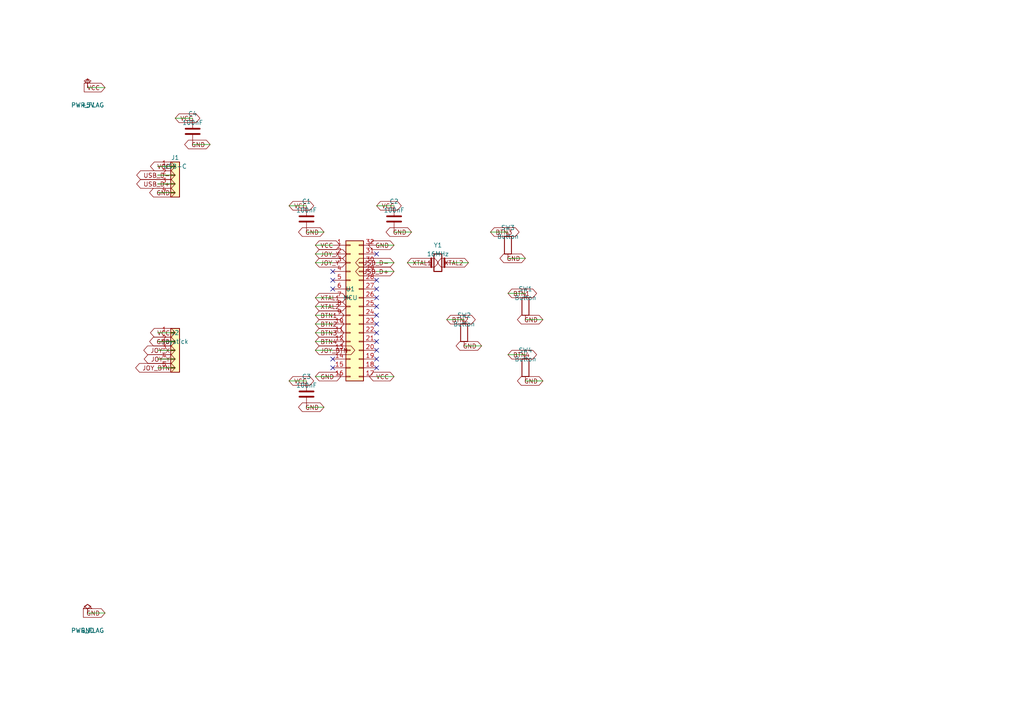
<source format=kicad_sch>
(kicad_sch (version 20231120) (generator "eeschema") (generator_version "9.0")
  (paper "A4")
  (title_block (title "USB Joystick Controller") (date "2025-01") (rev "A") (company "kicad-tools Demo") (comment 1 "USB game controller with analog joystick") (comment 2 "Demonstrates autolayout functionality"))
  (lib_symbols
    (symbol "Connector_Generic:Conn_02x16_Counter_Clockwise" (pin_names (offset 1.016) (hide yes))
      (property "Reference" "J" (at 1.27 20.32 0))
      (property "Value" "Conn_02x16_Counter_Clockwise" (at 1.27 -22.86 0))
      (symbol "Conn_02x16_Counter_Clockwise_1_1"
        (rectangle (start -1.27 19.05) (end 3.81 -21.59) (stroke (width 0.254)) (fill (type background)))
        (rectangle (start -1.27 17.907) (end 0 17.653) (stroke (width 0.1524)))
        (rectangle (start -1.27 15.367) (end 0 15.113) (stroke (width 0.1524)))
        (rectangle (start -1.27 12.827) (end 0 12.573) (stroke (width 0.1524)))
        (rectangle (start -1.27 10.287) (end 0 10.033) (stroke (width 0.1524)))
        (rectangle (start -1.27 7.747) (end 0 7.493) (stroke (width 0.1524)))
        (rectangle (start -1.27 5.207) (end 0 4.953) (stroke (width 0.1524)))
        (rectangle (start -1.27 2.667) (end 0 2.413) (stroke (width 0.1524)))
        (rectangle (start -1.27 0.127) (end 0 -0.127) (stroke (width 0.1524)))
        (rectangle (start -1.27 -2.413) (end 0 -2.667) (stroke (width 0.1524)))
        (rectangle (start -1.27 -4.953) (end 0 -5.207) (stroke (width 0.1524)))
        (rectangle (start -1.27 -7.493) (end 0 -7.747) (stroke (width 0.1524)))
        (rectangle (start -1.27 -10.033) (end 0 -10.287) (stroke (width 0.1524)))
        (rectangle (start -1.27 -12.573) (end 0 -12.827) (stroke (width 0.1524)))
        (rectangle (start -1.27 -15.113) (end 0 -15.367) (stroke (width 0.1524)))
        (rectangle (start -1.27 -17.653) (end 0 -17.907) (stroke (width 0.1524)))
        (rectangle (start -1.27 -20.193) (end 0 -20.447) (stroke (width 0.1524)))
        (rectangle (start 3.81 17.907) (end 2.54 17.653) (stroke (width 0.1524)))
        (rectangle (start 3.81 15.367) (end 2.54 15.113) (stroke (width 0.1524)))
        (rectangle (start 3.81 12.827) (end 2.54 12.573) (stroke (width 0.1524)))
        (rectangle (start 3.81 10.287) (end 2.54 10.033) (stroke (width 0.1524)))
        (rectangle (start 3.81 7.747) (end 2.54 7.493) (stroke (width 0.1524)))
        (rectangle (start 3.81 5.207) (end 2.54 4.953) (stroke (width 0.1524)))
        (rectangle (start 3.81 2.667) (end 2.54 2.413) (stroke (width 0.1524)))
        (rectangle (start 3.81 0.127) (end 2.54 -0.127) (stroke (width 0.1524)))
        (rectangle (start 3.81 -2.413) (end 2.54 -2.667) (stroke (width 0.1524)))
        (rectangle (start 3.81 -4.953) (end 2.54 -5.207) (stroke (width 0.1524)))
        (rectangle (start 3.81 -7.493) (end 2.54 -7.747) (stroke (width 0.1524)))
        (rectangle (start 3.81 -10.033) (end 2.54 -10.287) (stroke (width 0.1524)))
        (rectangle (start 3.81 -12.573) (end 2.54 -12.827) (stroke (width 0.1524)))
        (rectangle (start 3.81 -15.113) (end 2.54 -15.367) (stroke (width 0.1524)))
        (rectangle (start 3.81 -17.653) (end 2.54 -17.907) (stroke (width 0.1524)))
        (rectangle (start 3.81 -20.193) (end 2.54 -20.447) (stroke (width 0.1524)))
        (pin passive line (at -5.08 17.78 0) (length 3.81) (name "Pin_1") (number "1"))
        (pin passive line (at -5.08 15.24 0) (length 3.81) (name "Pin_2") (number "2"))
        (pin passive line (at -5.08 12.7 0) (length 3.81) (name "Pin_3") (number "3"))
        (pin passive line (at -5.08 10.16 0) (length 3.81) (name "Pin_4") (number "4"))
        (pin passive line (at -5.08 7.62 0) (length 3.81) (name "Pin_5") (number "5"))
        (pin passive line (at -5.08 5.08 0) (length 3.81) (name "Pin_6") (number "6"))
        (pin passive line (at -5.08 2.54 0) (length 3.81) (name "Pin_7") (number "7"))
        (pin passive line (at -5.08 0 0) (length 3.81) (name "Pin_8") (number "8"))
        (pin passive line (at -5.08 -2.54 0) (length 3.81) (name "Pin_9") (number "9"))
        (pin passive line (at -5.08 -5.08 0) (length 3.81) (name "Pin_10") (number "10"))
        (pin passive line (at -5.08 -7.62 0) (length 3.81) (name "Pin_11") (number "11"))
        (pin passive line (at -5.08 -10.16 0) (length 3.81) (name "Pin_12") (number "12"))
        (pin passive line (at -5.08 -12.7 0) (length 3.81) (name "Pin_13") (number "13"))
        (pin passive line (at -5.08 -15.24 0) (length 3.81) (name "Pin_14") (number "14"))
        (pin passive line (at -5.08 -17.78 0) (length 3.81) (name "Pin_15") (number "15"))
        (pin passive line (at -5.08 -20.32 0) (length 3.81) (name "Pin_16") (number "16"))
        (pin passive line (at 7.62 17.78 180) (length 3.81) (name "Pin_32") (number "32"))
        (pin passive line (at 7.62 15.24 180) (length 3.81) (name "Pin_31") (number "31"))
        (pin passive line (at 7.62 12.7 180) (length 3.81) (name "Pin_30") (number "30"))
        (pin passive line (at 7.62 10.16 180) (length 3.81) (name "Pin_29") (number "29"))
        (pin passive line (at 7.62 7.62 180) (length 3.81) (name "Pin_28") (number "28"))
        (pin passive line (at 7.62 5.08 180) (length 3.81) (name "Pin_27") (number "27"))
        (pin passive line (at 7.62 2.54 180) (length 3.81) (name "Pin_26") (number "26"))
        (pin passive line (at 7.62 0 180) (length 3.81) (name "Pin_25") (number "25"))
        (pin passive line (at 7.62 -2.54 180) (length 3.81) (name "Pin_24") (number "24"))
        (pin passive line (at 7.62 -5.08 180) (length 3.81) (name "Pin_23") (number "23"))
        (pin passive line (at 7.62 -7.62 180) (length 3.81) (name "Pin_22") (number "22"))
        (pin passive line (at 7.62 -10.16 180) (length 3.81) (name "Pin_21") (number "21"))
        (pin passive line (at 7.62 -12.7 180) (length 3.81) (name "Pin_20") (number "20"))
        (pin passive line (at 7.62 -15.24 180) (length 3.81) (name "Pin_19") (number "19"))
        (pin passive line (at 7.62 -17.78 180) (length 3.81) (name "Pin_18") (number "18"))
        (pin passive line (at 7.62 -20.32 180) (length 3.81) (name "Pin_17") (number "17"))
      )
    )
    (symbol "Connector_Generic:Conn_01x04" (pin_names (offset 1.016) (hide yes))
      (property "Reference" "J" (at 0 5.08 0))
      (property "Value" "Conn_01x04" (at 0 -7.62 0))
      (symbol "Conn_01x04_1_1"
        (rectangle (start -1.27 3.81) (end 1.27 -6.35) (stroke (width 0.254)) (fill (type background)))
        (rectangle (start -1.27 2.667) (end 0 2.413) (stroke (width 0.1524)))
        (rectangle (start -1.27 0.127) (end 0 -0.127) (stroke (width 0.1524)))
        (rectangle (start -1.27 -2.413) (end 0 -2.667) (stroke (width 0.1524)))
        (rectangle (start -1.27 -4.953) (end 0 -5.207) (stroke (width 0.1524)))
        (pin passive line (at -5.08 2.54 0) (length 3.81) (name "Pin_1") (number "1"))
        (pin passive line (at -5.08 0 0) (length 3.81) (name "Pin_2") (number "2"))
        (pin passive line (at -5.08 -2.54 0) (length 3.81) (name "Pin_3") (number "3"))
        (pin passive line (at -5.08 -5.08 0) (length 3.81) (name "Pin_4") (number "4"))
      )
    )
    (symbol "Connector_Generic:Conn_01x05" (pin_names (offset 1.016) (hide yes))
      (property "Reference" "J" (at 0 7.62 0))
      (property "Value" "Conn_01x05" (at 0 -7.62 0))
      (symbol "Conn_01x05_1_1"
        (rectangle (start -1.27 6.35) (end 1.27 -6.35) (stroke (width 0.254)) (fill (type background)))
        (rectangle (start -1.27 5.207) (end 0 4.953) (stroke (width 0.1524)))
        (rectangle (start -1.27 2.667) (end 0 2.413) (stroke (width 0.1524)))
        (rectangle (start -1.27 0.127) (end 0 -0.127) (stroke (width 0.1524)))
        (rectangle (start -1.27 -2.413) (end 0 -2.667) (stroke (width 0.1524)))
        (rectangle (start -1.27 -4.953) (end 0 -5.207) (stroke (width 0.1524)))
        (pin passive line (at -5.08 5.08 0) (length 3.81) (name "Pin_1") (number "1"))
        (pin passive line (at -5.08 2.54 0) (length 3.81) (name "Pin_2") (number "2"))
        (pin passive line (at -5.08 0 0) (length 3.81) (name "Pin_3") (number "3"))
        (pin passive line (at -5.08 -2.54 0) (length 3.81) (name "Pin_4") (number "4"))
        (pin passive line (at -5.08 -5.08 0) (length 3.81) (name "Pin_5") (number "5"))
      )
    )
    (symbol "Device:Crystal" (pin_numbers (hide yes)) (pin_names (offset 1.016) (hide yes))
      (property "Reference" "Y" (at 0 3.81 0))
      (property "Value" "Crystal" (at 0 -3.81 0))
      (symbol "Crystal_0_1"
        (polyline (pts (xy -2.54 0) (xy -1.905 0)))
        (polyline (pts (xy -1.905 -1.27) (xy -1.905 1.27)) (stroke (width 0.508)))
        (rectangle (start -1.143 2.54) (end 1.143 -2.54) (stroke (width 0.3048)))
        (polyline (pts (xy 1.905 -1.27) (xy 1.905 1.27)) (stroke (width 0.508)))
        (polyline (pts (xy 2.54 0) (xy 1.905 0)))
      )
      (symbol "Crystal_1_1"
        (pin passive line (at -3.81 0 0) (length 1.27) (name "1") (number "1"))
        (pin passive line (at 3.81 0 180) (length 1.27) (name "2") (number "2"))
      )
    )
    (symbol "Device:R" (pin_numbers (hide yes)) (pin_names (offset 0))
      (property "Reference" "R" (at 2.032 0 90))
      (property "Value" "R" (at 0 0 90))
      (symbol "R_0_1"
        (rectangle (start -1.016 -2.54) (end 1.016 2.54) (stroke (width 0.254)))
      )
      (symbol "R_1_1"
        (pin passive line (at 0 3.81 270) (length 1.27) (name "~") (number "1"))
        (pin passive line (at 0 -3.81 90) (length 1.27) (name "~") (number "2"))
      )
    )
    (symbol "Device:C" (pin_numbers (hide yes)) (pin_names (offset 0.254))
      (property "Reference" "C" (at 0.635 2.54 0))
      (property "Value" "C" (at 0.635 -2.54 0))
      (symbol "C_0_1"
        (polyline (pts (xy -2.032 0.762) (xy 2.032 0.762)) (stroke (width 0.508)))
        (polyline (pts (xy -2.032 -0.762) (xy 2.032 -0.762)) (stroke (width 0.508)))
      )
      (symbol "C_1_1"
        (pin passive line (at 0 3.81 270) (length 2.794) (name "~") (number "1"))
        (pin passive line (at 0 -3.81 90) (length 2.794) (name "~") (number "2"))
      )
    )
    (symbol "power:+5V" (power) (pin_numbers (hide yes)) (pin_names (offset 0) (hide yes))
      (property "Value" "+5V" (at 0 3.556 0))
      (symbol "+5V_0_1"
        (polyline (pts (xy -0.762 1.27) (xy 0 2.54)))
        (polyline (pts (xy 0 2.54) (xy 0.762 1.27)))
        (polyline (pts (xy 0 0) (xy 0 2.54)))
      )
      (symbol "+5V_1_1"
        (pin power_in line (at 0 0 90) (length 0) (name "~") (number "1"))
      )
    )
    (symbol "power:PWR_FLAG" (power) (pin_numbers (hide yes)) (pin_names (offset 0) (hide yes))
      (property "Value" "PWR_FLAG" (at 0 3.81 0))
      (symbol "PWR_FLAG_0_0"
        (pin power_out line (at 0 0 90) (length 0) (name "~") (number "1"))
      )
      (symbol "PWR_FLAG_0_1"
        (polyline (pts (xy 0 0) (xy 0 1.27) (xy -1.016 1.905) (xy 0 2.54) (xy 1.016 1.905) (xy 0 1.27)))
      )
    )
    (symbol "power:GND" (power) (pin_numbers (hide yes)) (pin_names (offset 0) (hide yes))
      (property "Value" "GND" (at 0 -3.81 0))
      (symbol "GND_0_1"
        (polyline (pts (xy 0 0) (xy 0 -1.27) (xy 1.27 -1.27) (xy 0 -2.54) (xy -1.27 -1.27) (xy 0 -1.27)))
      )
      (symbol "GND_1_1"
        (pin power_in line (at 0 0 270) (length 0) (name "~") (number "1"))
      )
    )
  )
  (symbol (lib_id "Connector_Generic:Conn_02x16_Counter_Clockwise") (at 101.6 88.9 0) (unit 1)
    (property "Reference" "U1" (at 101.6 83.82 0))
    (property "Value" "MCU" (at 101.6 86.36 0))
  )
  (symbol (lib_id "Connector_Generic:Conn_01x04") (at 50.8 50.8 0) (unit 1)
    (property "Reference" "J1" (at 50.8 45.72 0))
    (property "Value" "USB-C" (at 50.8 48.26 0))
  )
  (symbol (lib_id "Connector_Generic:Conn_01x05") (at 50.8 101.6 0) (unit 1)
    (property "Reference" "J2" (at 50.8 96.52 0))
    (property "Value" "Joystick" (at 50.8 99.06 0))
  )
  (symbol (lib_id "Device:Crystal") (at 127 76.2 0) (unit 1)
    (property "Reference" "Y1" (at 127 71.12 0))
    (property "Value" "16MHz" (at 127 73.66 0))
  )
  (symbol (lib_id "Device:R") (at 152.4 88.9 0) (unit 1)
    (property "Reference" "SW1" (at 152.4 83.82 0))
    (property "Value" "Button" (at 152.4 86.36 0))
  )
  (symbol (lib_id "Device:R") (at 134.62 96.52 0) (unit 1)
    (property "Reference" "SW2" (at 134.62 91.44 0))
    (property "Value" "Button" (at 134.62 93.98 0))
  )
  (symbol (lib_id "Device:R") (at 147.32 71.12 0) (unit 1)
    (property "Reference" "SW3" (at 147.32 66.04 0))
    (property "Value" "Button" (at 147.32 68.58 0))
  )
  (symbol (lib_id "Device:R") (at 152.4 106.68 0) (unit 1)
    (property "Reference" "SW4" (at 152.4 101.6 0))
    (property "Value" "Button" (at 152.4 104.14 0))
  )
  (symbol (lib_id "Device:C") (at 88.9 63.5 0) (unit 1)
    (property "Reference" "C1" (at 88.9 58.42 0))
    (property "Value" "100nF" (at 88.9 60.96 0))
  )
  (symbol (lib_id "Device:C") (at 114.3 63.5 0) (unit 1)
    (property "Reference" "C2" (at 114.3 58.42 0))
    (property "Value" "100nF" (at 114.3 60.96 0))
  )
  (symbol (lib_id "Device:C") (at 88.9 114.3 0) (unit 1)
    (property "Reference" "C3" (at 88.9 109.22 0))
    (property "Value" "100nF" (at 88.9 111.76 0))
  )
  (symbol (lib_id "Device:C") (at 55.88 38.1 0) (unit 1)
    (property "Reference" "C4" (at 55.88 33.02 0))
    (property "Value" "100nF" (at 55.88 35.56 0))
  )
  (symbol (lib_id "power:+5V") (at 25.4 25.4 0) (unit 1)
    (property "Reference" "#PWR01" (effects (hide yes)))
    (property "Value" "+5V" (at 25.4 30.48 0))
  )
  (symbol (lib_id "power:PWR_FLAG") (at 25.4 25.4 0) (unit 1)
    (property "Reference" "#PWR02" (effects (hide yes)))
    (property "Value" "PWR_FLAG" (at 25.4 30.48 0))
  )
  (symbol (lib_id "power:GND") (at 25.4 177.8 180) (unit 1)
    (property "Reference" "#PWR03" (effects (hide yes)))
    (property "Value" "GND" (at 25.4 182.88 0))
  )
  (symbol (lib_id "power:PWR_FLAG") (at 25.4 177.8 0) (unit 1)
    (property "Reference" "#PWR04" (effects (hide yes)))
    (property "Value" "PWR_FLAG" (at 25.4 182.88 0))
  )
  (wire (pts (xy 96.52 71.12) (xy 91.44 71.12)))
  (wire (pts (xy 96.52 109.22) (xy 91.44 109.22)))
  (wire (pts (xy 109.22 109.22) (xy 114.3 109.22)))
  (wire (pts (xy 109.22 71.12) (xy 114.3 71.12)))
  (wire (pts (xy 109.22 78.74) (xy 114.3 78.74)))
  (wire (pts (xy 109.22 76.2) (xy 114.3 76.2)))
  (wire (pts (xy 96.52 86.36) (xy 91.44 86.36)))
  (wire (pts (xy 96.52 88.9) (xy 91.44 88.9)))
  (wire (pts (xy 96.52 73.66) (xy 91.44 73.66)))
  (wire (pts (xy 96.52 76.2) (xy 91.44 76.2)))
  (wire (pts (xy 96.52 91.44) (xy 91.44 91.44)))
  (wire (pts (xy 96.52 93.98) (xy 91.44 93.98)))
  (wire (pts (xy 96.52 96.52) (xy 91.44 96.52)))
  (wire (pts (xy 96.52 99.06) (xy 91.44 99.06)))
  (wire (pts (xy 96.52 101.6) (xy 91.44 101.6)))
  (wire (pts (xy 45.72 48.26) (xy 50.8 48.26)))
  (wire (pts (xy 45.72 50.8) (xy 50.8 50.8)))
  (wire (pts (xy 45.72 53.34) (xy 50.8 53.34)))
  (wire (pts (xy 45.72 55.88) (xy 50.8 55.88)))
  (wire (pts (xy 45.72 96.52) (xy 50.8 96.52)))
  (wire (pts (xy 45.72 99.06) (xy 50.8 99.06)))
  (wire (pts (xy 45.72 101.6) (xy 50.8 101.6)))
  (wire (pts (xy 45.72 104.14) (xy 50.8 104.14)))
  (wire (pts (xy 45.72 106.68) (xy 50.8 106.68)))
  (wire (pts (xy 123.19 76.2) (xy 118.11 76.2)))
  (wire (pts (xy 130.81 76.2) (xy 135.89 76.2)))
  (wire (pts (xy 152.4 85.09) (xy 147.32 85.09)))
  (wire (pts (xy 152.4 92.71) (xy 157.48 92.71)))
  (wire (pts (xy 134.62 92.71) (xy 129.54 92.71)))
  (wire (pts (xy 134.62 100.33) (xy 139.7 100.33)))
  (wire (pts (xy 147.32 67.31) (xy 142.24 67.31)))
  (wire (pts (xy 147.32 74.93) (xy 152.4 74.93)))
  (wire (pts (xy 152.4 102.87) (xy 147.32 102.87)))
  (wire (pts (xy 152.4 110.49) (xy 157.48 110.49)))
  (wire (pts (xy 88.9 59.69) (xy 83.82 59.69)))
  (wire (pts (xy 88.9 67.31) (xy 93.98 67.31)))
  (wire (pts (xy 114.3 59.69) (xy 109.22 59.69)))
  (wire (pts (xy 114.3 67.31) (xy 119.38 67.31)))
  (wire (pts (xy 88.9 110.49) (xy 83.82 110.49)))
  (wire (pts (xy 88.9 118.11) (xy 93.98 118.11)))
  (wire (pts (xy 55.88 34.29) (xy 50.8 34.29)))
  (wire (pts (xy 55.88 41.91) (xy 60.96 41.91)))
  (wire (pts (xy 25.4 25.4) (xy 30.48 25.4)))
  (wire (pts (xy 25.4 177.8) (xy 30.48 177.8)))
  (no_connect (at 96.52 78.74))
  (no_connect (at 96.52 81.28))
  (no_connect (at 96.52 83.82))
  (no_connect (at 96.52 104.14))
  (no_connect (at 96.52 106.68))
  (no_connect (at 109.22 106.68))
  (no_connect (at 109.22 104.14))
  (no_connect (at 109.22 101.6))
  (no_connect (at 109.22 99.06))
  (no_connect (at 109.22 96.52))
  (no_connect (at 109.22 93.98))
  (no_connect (at 109.22 91.44))
  (no_connect (at 109.22 88.9))
  (no_connect (at 109.22 86.36))
  (no_connect (at 109.22 83.82))
  (no_connect (at 109.22 81.28))
  (no_connect (at 109.22 73.66))
  (global_label "VCC" (shape bidirectional) (at 91.44 71.12 0))
  (global_label "GND" (shape bidirectional) (at 91.44 109.22 0))
  (global_label "VCC" (shape bidirectional) (at 114.3 109.22 180))
  (global_label "GND" (shape bidirectional) (at 114.3 71.12 180))
  (global_label "USB_D+" (shape bidirectional) (at 114.3 78.74 180))
  (global_label "USB_D-" (shape bidirectional) (at 114.3 76.2 180))
  (global_label "XTAL1" (shape bidirectional) (at 91.44 86.36 0))
  (global_label "XTAL2" (shape bidirectional) (at 91.44 88.9 0))
  (global_label "JOY_X" (shape bidirectional) (at 91.44 73.66 0))
  (global_label "JOY_Y" (shape bidirectional) (at 91.44 76.2 0))
  (global_label "BTN1" (shape bidirectional) (at 91.44 91.44 0))
  (global_label "BTN2" (shape bidirectional) (at 91.44 93.98 0))
  (global_label "BTN3" (shape bidirectional) (at 91.44 96.52 0))
  (global_label "BTN4" (shape bidirectional) (at 91.44 99.06 0))
  (global_label "JOY_BTN" (shape bidirectional) (at 91.44 101.6 0))
  (global_label "VCC" (shape bidirectional) (at 50.8 48.26 180))
  (global_label "USB_D-" (shape bidirectional) (at 50.8 50.8 180))
  (global_label "USB_D+" (shape bidirectional) (at 50.8 53.34 180))
  (global_label "GND" (shape bidirectional) (at 50.8 55.88 180))
  (global_label "VCC" (shape bidirectional) (at 50.8 96.52 180))
  (global_label "GND" (shape bidirectional) (at 50.8 99.06 180))
  (global_label "JOY_X" (shape bidirectional) (at 50.8 101.6 180))
  (global_label "JOY_Y" (shape bidirectional) (at 50.8 104.14 180))
  (global_label "JOY_BTN" (shape bidirectional) (at 50.8 106.68 180))
  (global_label "XTAL1" (shape bidirectional) (at 118.11 76.2 0))
  (global_label "XTAL2" (shape bidirectional) (at 135.89 76.2 180))
  (global_label "BTN1" (shape bidirectional) (at 147.32 85.09 0))
  (global_label "GND" (shape bidirectional) (at 157.48 92.71 180))
  (global_label "BTN2" (shape bidirectional) (at 129.54 92.71 0))
  (global_label "GND" (shape bidirectional) (at 139.7 100.33 180))
  (global_label "BTN3" (shape bidirectional) (at 142.24 67.31 0))
  (global_label "GND" (shape bidirectional) (at 152.4 74.93 180))
  (global_label "BTN4" (shape bidirectional) (at 147.32 102.87 0))
  (global_label "GND" (shape bidirectional) (at 157.48 110.49 180))
  (global_label "VCC" (shape bidirectional) (at 83.82 59.69 0))
  (global_label "GND" (shape bidirectional) (at 93.98 67.31 180))
  (global_label "VCC" (shape bidirectional) (at 109.22 59.69 0))
  (global_label "GND" (shape bidirectional) (at 119.38 67.31 180))
  (global_label "VCC" (shape bidirectional) (at 83.82 110.49 0))
  (global_label "GND" (shape bidirectional) (at 93.98 118.11 180))
  (global_label "VCC" (shape bidirectional) (at 50.8 34.29 0))
  (global_label "GND" (shape bidirectional) (at 60.96 41.91 180))
  (global_label "VCC" (shape input) (at 30.48 25.4 180))
  (global_label "GND" (shape input) (at 30.48 177.8 180))
)
</source>
